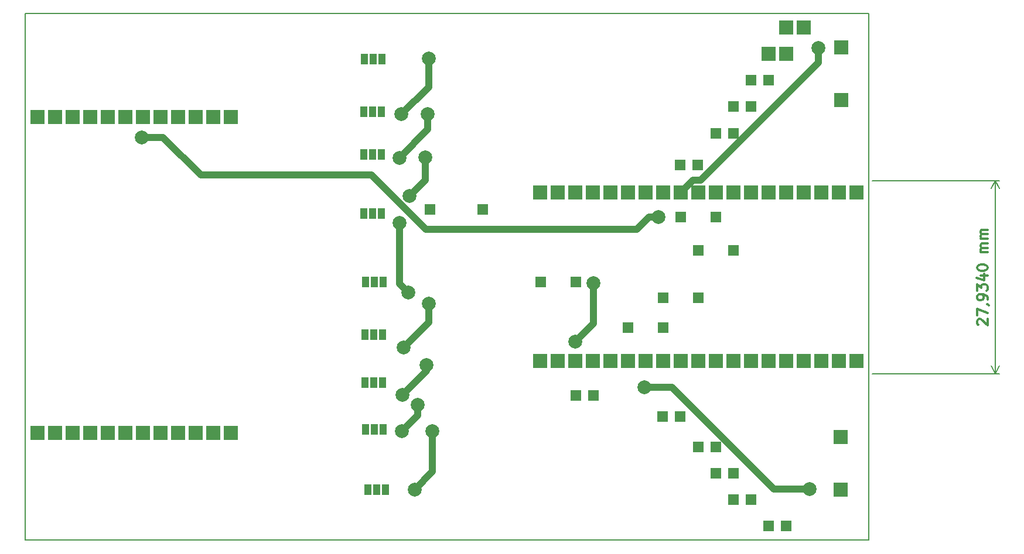
<source format=gbr>
%TF.GenerationSoftware,KiCad,Pcbnew,8.0.0*%
%TF.CreationDate,2024-03-02T15:21:29-05:00*%
%TF.ProjectId,Plano,506c616e-6f2e-46b6-9963-61645f706362,rev?*%
%TF.SameCoordinates,Original*%
%TF.FileFunction,Copper,L1,Top*%
%TF.FilePolarity,Positive*%
%FSLAX46Y46*%
G04 Gerber Fmt 4.6, Leading zero omitted, Abs format (unit mm)*
G04 Created by KiCad (PCBNEW 8.0.0) date 2024-03-02 15:21:29*
%MOMM*%
%LPD*%
G01*
G04 APERTURE LIST*
%TA.AperFunction,NonConductor*%
%ADD10C,0.200000*%
%TD*%
%ADD11C,0.300000*%
%TA.AperFunction,NonConductor*%
%ADD12C,0.300000*%
%TD*%
%TA.AperFunction,ComponentPad*%
%ADD13R,2.000000X2.000000*%
%TD*%
%TA.AperFunction,ComponentPad*%
%ADD14R,1.050000X1.500000*%
%TD*%
%TA.AperFunction,ComponentPad*%
%ADD15R,1.600000X1.600000*%
%TD*%
%TA.AperFunction,ViaPad*%
%ADD16C,2.000000*%
%TD*%
%TA.AperFunction,Conductor*%
%ADD17C,1.000000*%
%TD*%
G04 APERTURE END LIST*
D10*
X96520000Y-63500000D02*
X218440000Y-63500000D01*
X218440000Y-139700000D01*
X96520000Y-139700000D01*
X96520000Y-63500000D01*
D11*
D12*
X234249185Y-108553569D02*
X234177757Y-108482141D01*
X234177757Y-108482141D02*
X234106328Y-108339284D01*
X234106328Y-108339284D02*
X234106328Y-107982141D01*
X234106328Y-107982141D02*
X234177757Y-107839284D01*
X234177757Y-107839284D02*
X234249185Y-107767855D01*
X234249185Y-107767855D02*
X234392042Y-107696426D01*
X234392042Y-107696426D02*
X234534900Y-107696426D01*
X234534900Y-107696426D02*
X234749185Y-107767855D01*
X234749185Y-107767855D02*
X235606328Y-108624998D01*
X235606328Y-108624998D02*
X235606328Y-107696426D01*
X234106328Y-107196427D02*
X234106328Y-106196427D01*
X234106328Y-106196427D02*
X235606328Y-106839284D01*
X235534900Y-105553570D02*
X235606328Y-105553570D01*
X235606328Y-105553570D02*
X235749185Y-105624999D01*
X235749185Y-105624999D02*
X235820614Y-105696427D01*
X235606328Y-104839284D02*
X235606328Y-104553570D01*
X235606328Y-104553570D02*
X235534900Y-104410713D01*
X235534900Y-104410713D02*
X235463471Y-104339284D01*
X235463471Y-104339284D02*
X235249185Y-104196427D01*
X235249185Y-104196427D02*
X234963471Y-104124998D01*
X234963471Y-104124998D02*
X234392042Y-104124998D01*
X234392042Y-104124998D02*
X234249185Y-104196427D01*
X234249185Y-104196427D02*
X234177757Y-104267856D01*
X234177757Y-104267856D02*
X234106328Y-104410713D01*
X234106328Y-104410713D02*
X234106328Y-104696427D01*
X234106328Y-104696427D02*
X234177757Y-104839284D01*
X234177757Y-104839284D02*
X234249185Y-104910713D01*
X234249185Y-104910713D02*
X234392042Y-104982141D01*
X234392042Y-104982141D02*
X234749185Y-104982141D01*
X234749185Y-104982141D02*
X234892042Y-104910713D01*
X234892042Y-104910713D02*
X234963471Y-104839284D01*
X234963471Y-104839284D02*
X235034900Y-104696427D01*
X235034900Y-104696427D02*
X235034900Y-104410713D01*
X235034900Y-104410713D02*
X234963471Y-104267856D01*
X234963471Y-104267856D02*
X234892042Y-104196427D01*
X234892042Y-104196427D02*
X234749185Y-104124998D01*
X234106328Y-103624999D02*
X234106328Y-102696427D01*
X234106328Y-102696427D02*
X234677757Y-103196427D01*
X234677757Y-103196427D02*
X234677757Y-102982142D01*
X234677757Y-102982142D02*
X234749185Y-102839285D01*
X234749185Y-102839285D02*
X234820614Y-102767856D01*
X234820614Y-102767856D02*
X234963471Y-102696427D01*
X234963471Y-102696427D02*
X235320614Y-102696427D01*
X235320614Y-102696427D02*
X235463471Y-102767856D01*
X235463471Y-102767856D02*
X235534900Y-102839285D01*
X235534900Y-102839285D02*
X235606328Y-102982142D01*
X235606328Y-102982142D02*
X235606328Y-103410713D01*
X235606328Y-103410713D02*
X235534900Y-103553570D01*
X235534900Y-103553570D02*
X235463471Y-103624999D01*
X234606328Y-101410714D02*
X235606328Y-101410714D01*
X234034900Y-101767856D02*
X235106328Y-102124999D01*
X235106328Y-102124999D02*
X235106328Y-101196428D01*
X234106328Y-100339285D02*
X234106328Y-100196428D01*
X234106328Y-100196428D02*
X234177757Y-100053571D01*
X234177757Y-100053571D02*
X234249185Y-99982143D01*
X234249185Y-99982143D02*
X234392042Y-99910714D01*
X234392042Y-99910714D02*
X234677757Y-99839285D01*
X234677757Y-99839285D02*
X235034900Y-99839285D01*
X235034900Y-99839285D02*
X235320614Y-99910714D01*
X235320614Y-99910714D02*
X235463471Y-99982143D01*
X235463471Y-99982143D02*
X235534900Y-100053571D01*
X235534900Y-100053571D02*
X235606328Y-100196428D01*
X235606328Y-100196428D02*
X235606328Y-100339285D01*
X235606328Y-100339285D02*
X235534900Y-100482143D01*
X235534900Y-100482143D02*
X235463471Y-100553571D01*
X235463471Y-100553571D02*
X235320614Y-100625000D01*
X235320614Y-100625000D02*
X235034900Y-100696428D01*
X235034900Y-100696428D02*
X234677757Y-100696428D01*
X234677757Y-100696428D02*
X234392042Y-100625000D01*
X234392042Y-100625000D02*
X234249185Y-100553571D01*
X234249185Y-100553571D02*
X234177757Y-100482143D01*
X234177757Y-100482143D02*
X234106328Y-100339285D01*
X235606328Y-98053572D02*
X234606328Y-98053572D01*
X234749185Y-98053572D02*
X234677757Y-97982143D01*
X234677757Y-97982143D02*
X234606328Y-97839286D01*
X234606328Y-97839286D02*
X234606328Y-97625000D01*
X234606328Y-97625000D02*
X234677757Y-97482143D01*
X234677757Y-97482143D02*
X234820614Y-97410715D01*
X234820614Y-97410715D02*
X235606328Y-97410715D01*
X234820614Y-97410715D02*
X234677757Y-97339286D01*
X234677757Y-97339286D02*
X234606328Y-97196429D01*
X234606328Y-97196429D02*
X234606328Y-96982143D01*
X234606328Y-96982143D02*
X234677757Y-96839286D01*
X234677757Y-96839286D02*
X234820614Y-96767857D01*
X234820614Y-96767857D02*
X235606328Y-96767857D01*
X235606328Y-96053572D02*
X234606328Y-96053572D01*
X234749185Y-96053572D02*
X234677757Y-95982143D01*
X234677757Y-95982143D02*
X234606328Y-95839286D01*
X234606328Y-95839286D02*
X234606328Y-95625000D01*
X234606328Y-95625000D02*
X234677757Y-95482143D01*
X234677757Y-95482143D02*
X234820614Y-95410715D01*
X234820614Y-95410715D02*
X235606328Y-95410715D01*
X234820614Y-95410715D02*
X234677757Y-95339286D01*
X234677757Y-95339286D02*
X234606328Y-95196429D01*
X234606328Y-95196429D02*
X234606328Y-94982143D01*
X234606328Y-94982143D02*
X234677757Y-94839286D01*
X234677757Y-94839286D02*
X234820614Y-94767857D01*
X234820614Y-94767857D02*
X235606328Y-94767857D01*
D10*
X218942000Y-87658000D02*
X237314420Y-87658000D01*
X218942000Y-115592000D02*
X237314420Y-115592000D01*
X236728000Y-87658000D02*
X236728000Y-115592000D01*
X236728000Y-87658000D02*
X236728000Y-115592000D01*
X236728000Y-87658000D02*
X237314421Y-88784504D01*
X236728000Y-87658000D02*
X236141579Y-88784504D01*
X236728000Y-115592000D02*
X236141579Y-114465496D01*
X236728000Y-115592000D02*
X237314421Y-114465496D01*
D13*
%TO.P,SW1,1,1*%
%TO.N,GND*%
X214500000Y-76020000D03*
%TO.P,SW1,2,2*%
%TO.N,GPIO18*%
X214500000Y-68400000D03*
%TD*%
D14*
%TO.P,Q2,1,E*%
%TO.N,GND_BJT*%
X148000000Y-77740000D03*
%TO.P,Q2,2,B*%
%TO.N,Net-(Q2-B)*%
X146730000Y-77740000D03*
%TO.P,Q2,3,C*%
%TO.N,Net-(J1-Pin_6)*%
X145460000Y-77740000D03*
%TD*%
D13*
%TO.P,J1,1,Pin_1*%
%TO.N,GPIO15*%
X98298000Y-78486000D03*
%TO.P,J1,2,Pin_2*%
%TO.N,unconnected-(J1-Pin_2-Pad2)*%
X100838000Y-78486000D03*
%TO.P,J1,3,Pin_3*%
%TO.N,Net-(J1-Pin_3)*%
X103378000Y-78486000D03*
%TO.P,J1,4,Pin_4*%
%TO.N,GPIO0*%
X105918000Y-78486000D03*
%TO.P,J1,5,Pin_5*%
%TO.N,unconnected-(J1-Pin_5-Pad5)*%
X108458000Y-78486000D03*
%TO.P,J1,6,Pin_6*%
%TO.N,Net-(J1-Pin_6)*%
X110998000Y-78486000D03*
%TO.P,J1,7,Pin_7*%
%TO.N,GPIO17*%
X113538000Y-78486000D03*
%TO.P,J1,8,Pin_8*%
%TO.N,unconnected-(J1-Pin_8-Pad8)*%
X116078000Y-78486000D03*
%TO.P,J1,9,Pin_9*%
%TO.N,Net-(J1-Pin_9)*%
X118618000Y-78486000D03*
%TO.P,J1,10,Pin_10*%
%TO.N,GPIO5*%
X121158000Y-78486000D03*
%TO.P,J1,11,Pin_11*%
%TO.N,unconnected-(J1-Pin_11-Pad11)*%
X123698000Y-78486000D03*
%TO.P,J1,12,Pin_12*%
%TO.N,Net-(J1-Pin_12)*%
X126238000Y-78486000D03*
%TD*%
%TO.P,J3,1,Pin_1*%
%TO.N,GND*%
X170942000Y-89408000D03*
%TO.P,J3,2,Pin_2*%
%TO.N,GPIO23*%
X173482000Y-89408000D03*
%TO.P,J3,3,Pin_3*%
%TO.N,GPIO22*%
X176022000Y-89408000D03*
%TO.P,J3,4,Pin_4*%
%TO.N,TX{slash}GPIO1*%
X178562000Y-89408000D03*
%TO.P,J3,5,Pin_5*%
%TO.N,RX{slash}GPIO3*%
X181102000Y-89408000D03*
%TO.P,J3,6,Pin_6*%
%TO.N,GPIO21*%
X183642000Y-89408000D03*
%TO.P,J3,7,Pin_7*%
%TO.N,GND*%
X186182000Y-89408000D03*
%TO.P,J3,8,Pin_8*%
%TO.N,GPIO19*%
X188722000Y-89408000D03*
%TO.P,J3,9,Pin_9*%
%TO.N,GPIO18*%
X191262000Y-89408000D03*
%TO.P,J3,10,Pin_10*%
%TO.N,Net-(J3-Pin_10)*%
X193802000Y-89408000D03*
%TO.P,J3,11,Pin_11*%
%TO.N,Net-(J3-Pin_11)*%
X196342000Y-89408000D03*
%TO.P,J3,12,Pin_12*%
%TO.N,GPIO16*%
X198882000Y-89408000D03*
%TO.P,J3,13,Pin_13*%
%TO.N,GPIO4*%
X201422000Y-89408000D03*
%TO.P,J3,14,Pin_14*%
%TO.N,Net-(J3-Pin_14)*%
X203962000Y-89408000D03*
%TO.P,J3,15,Pin_15*%
%TO.N,GPIO2*%
X206502000Y-89408000D03*
%TO.P,J3,16,Pin_16*%
%TO.N,Net-(J3-Pin_16)*%
X209042000Y-89408000D03*
%TO.P,J3,17,Pin_17*%
%TO.N,unconnected-(J3-Pin_17-Pad17)*%
X211582000Y-89408000D03*
%TO.P,J3,18,Pin_18*%
%TO.N,unconnected-(J3-Pin_18-Pad18)*%
X214122000Y-89408000D03*
%TO.P,J3,19,Pin_19*%
%TO.N,unconnected-(J3-Pin_19-Pad19)*%
X216662000Y-89408000D03*
%TD*%
D15*
%TO.P,R14,1*%
%TO.N,GPIO25*%
X191200000Y-121800000D03*
%TO.P,R14,2*%
%TO.N,Net-(Q5-B)*%
X188660000Y-121800000D03*
%TD*%
%TO.P,R12,1*%
%TO.N,Net-(J4-Pin_8)*%
X188722000Y-108966000D03*
%TO.P,R12,2*%
%TO.N,GPIO33*%
X183642000Y-108966000D03*
%TD*%
D14*
%TO.P,Q6,1,E*%
%TO.N,GND_BJT*%
X148236000Y-102368000D03*
%TO.P,Q6,2,B*%
%TO.N,Net-(Q6-B)*%
X146966000Y-102368000D03*
%TO.P,Q6,3,C*%
%TO.N,Net-(J2-Pin_9)*%
X145696000Y-102368000D03*
%TD*%
%TO.P,Q8,1,E*%
%TO.N,GND_BJT*%
X148600000Y-132400000D03*
%TO.P,Q8,2,B*%
%TO.N,Net-(Q8-B)*%
X147330000Y-132400000D03*
%TO.P,Q8,3,C*%
%TO.N,Net-(J2-Pin_3)*%
X146060000Y-132400000D03*
%TD*%
D15*
%TO.P,R3,1*%
%TO.N,GPIO17*%
X191262000Y-92964000D03*
%TO.P,R3,2*%
%TO.N,Net-(J3-Pin_11)*%
X196342000Y-92964000D03*
%TD*%
D14*
%TO.P,Q5,1,E*%
%TO.N,GND_BJT*%
X148206000Y-116908000D03*
%TO.P,Q5,2,B*%
%TO.N,Net-(Q5-B)*%
X146936000Y-116908000D03*
%TO.P,Q5,3,C*%
%TO.N,Net-(J2-Pin_12)*%
X145666000Y-116908000D03*
%TD*%
D13*
%TO.P,R1,1*%
%TO.N,GPIO15*%
X206502000Y-65532000D03*
%TO.P,R1,2*%
%TO.N,Net-(J3-Pin_16)*%
X209042000Y-65532000D03*
%TD*%
D14*
%TO.P,Q1,1,E*%
%TO.N,GND_BJT*%
X148100000Y-70100000D03*
%TO.P,Q1,2,B*%
%TO.N,Net-(Q1-B)*%
X146830000Y-70100000D03*
%TO.P,Q1,3,C*%
%TO.N,Net-(J1-Pin_3)*%
X145560000Y-70100000D03*
%TD*%
%TO.P,Q7,1,E*%
%TO.N,GND_BJT*%
X148306000Y-123708000D03*
%TO.P,Q7,2,B*%
%TO.N,Net-(Q7-B)*%
X147036000Y-123708000D03*
%TO.P,Q7,3,C*%
%TO.N,Net-(J2-Pin_6)*%
X145766000Y-123708000D03*
%TD*%
D15*
%TO.P,R6,1*%
%TO.N,GPIO4*%
X201422000Y-76962000D03*
%TO.P,R6,2*%
%TO.N,Net-(Q2-B)*%
X198882000Y-76962000D03*
%TD*%
D14*
%TO.P,Q4,1,E*%
%TO.N,GND_BJT*%
X148000000Y-83900000D03*
%TO.P,Q4,2,B*%
%TO.N,Net-(Q4-B)*%
X146730000Y-83900000D03*
%TO.P,Q4,3,C*%
%TO.N,Net-(J1-Pin_12)*%
X145460000Y-83900000D03*
%TD*%
D15*
%TO.P,R13,1*%
%TO.N,GPI36*%
X176100000Y-102362000D03*
%TO.P,R13,2*%
%TO.N,Net-(Q6-B)*%
X171020000Y-102362000D03*
%TD*%
%TO.P,R15,1*%
%TO.N,GPIO27*%
X196342000Y-126238000D03*
%TO.P,R15,2*%
%TO.N,Net-(Q7-B)*%
X193802000Y-126238000D03*
%TD*%
D13*
%TO.P,SW2,1,1*%
%TO.N,GPIO32*%
X214400000Y-132425000D03*
%TO.P,SW2,2,2*%
%TO.N,GND*%
X214400000Y-124805000D03*
%TD*%
D15*
%TO.P,R17,1*%
%TO.N,GPI39*%
X178700000Y-118800000D03*
%TO.P,R17,2*%
%TO.N,Net-(Q9-B)*%
X176160000Y-118800000D03*
%TD*%
%TO.P,SW3,1,A*%
%TO.N,GND_BJT*%
X155000000Y-91800000D03*
%TO.P,SW3,2,B*%
%TO.N,GND*%
X162620000Y-91800000D03*
%TD*%
%TO.P,R4,1*%
%TO.N,GPIO5*%
X191160000Y-85400000D03*
%TO.P,R4,2*%
%TO.N,Net-(J3-Pin_10)*%
X193700000Y-85400000D03*
%TD*%
%TO.P,R8,1*%
%TO.N,unconnected-(R8-Pad1)*%
X198900000Y-80800000D03*
%TO.P,R8,2*%
%TO.N,Net-(Q4-B)*%
X196360000Y-80800000D03*
%TD*%
%TO.P,R16,1*%
%TO.N,GPIO12*%
X201422000Y-133858000D03*
%TO.P,R16,2*%
%TO.N,Net-(Q8-B)*%
X198882000Y-133858000D03*
%TD*%
%TO.P,R7,1*%
%TO.N,GPIO16*%
X198882000Y-97790000D03*
%TO.P,R7,2*%
%TO.N,Net-(Q3-B)*%
X193802000Y-97790000D03*
%TD*%
%TO.P,R2,1*%
%TO.N,GPIO0*%
X201422000Y-73152000D03*
%TO.P,R2,2*%
%TO.N,Net-(J3-Pin_14)*%
X203962000Y-73152000D03*
%TD*%
D13*
%TO.P,J4,1,Pin_1*%
%TO.N,3.3V*%
X170942000Y-113792000D03*
%TO.P,J4,2,Pin_2*%
%TO.N,unconnected-(J4-Pin_2-Pad2)*%
X173482000Y-113792000D03*
%TO.P,J4,3,Pin_3*%
%TO.N,GPI36*%
X176022000Y-113792000D03*
%TO.P,J4,4,Pin_4*%
%TO.N,GPI39*%
X178562000Y-113792000D03*
%TO.P,J4,5,Pin_5*%
%TO.N,GPI34*%
X181102000Y-113792000D03*
%TO.P,J4,6,Pin_6*%
%TO.N,GPI35*%
X183642000Y-113792000D03*
%TO.P,J4,7,Pin_7*%
%TO.N,GPIO32*%
X186182000Y-113792000D03*
%TO.P,J4,8,Pin_8*%
%TO.N,Net-(J4-Pin_8)*%
X188722000Y-113792000D03*
%TO.P,J4,9,Pin_9*%
%TO.N,GPIO25*%
X191262000Y-113792000D03*
%TO.P,J4,10,Pin_10*%
%TO.N,Net-(J4-Pin_10)*%
X193802000Y-113792000D03*
%TO.P,J4,11,Pin_11*%
%TO.N,GPIO27*%
X196342000Y-113792000D03*
%TO.P,J4,12,Pin_12*%
%TO.N,Net-(J4-Pin_12)*%
X198882000Y-113792000D03*
%TO.P,J4,13,Pin_13*%
%TO.N,GPIO12*%
X201422000Y-113792000D03*
%TO.P,J4,14,Pin_14*%
%TO.N,GND*%
X203962000Y-113792000D03*
%TO.P,J4,15,Pin_15*%
%TO.N,Net-(J4-Pin_15)*%
X206502000Y-113792000D03*
%TO.P,J4,16,Pin_16*%
%TO.N,unconnected-(J4-Pin_16-Pad16)*%
X209042000Y-113792000D03*
%TO.P,J4,17,Pin_17*%
%TO.N,unconnected-(J4-Pin_17-Pad17)*%
X211582000Y-113792000D03*
%TO.P,J4,18,Pin_18*%
%TO.N,unconnected-(J4-Pin_18-Pad18)*%
X214122000Y-113792000D03*
%TO.P,J4,19,Pin_19*%
%TO.N,5V*%
X216662000Y-113792000D03*
%TD*%
D14*
%TO.P,Q3,1,E*%
%TO.N,GND_BJT*%
X148000000Y-92400000D03*
%TO.P,Q3,2,B*%
%TO.N,Net-(Q3-B)*%
X146730000Y-92400000D03*
%TO.P,Q3,3,C*%
%TO.N,Net-(J1-Pin_9)*%
X145460000Y-92400000D03*
%TD*%
%TO.P,Q9,1,E*%
%TO.N,GND_BJT*%
X148206000Y-109968000D03*
%TO.P,Q9,2,B*%
%TO.N,Net-(Q9-B)*%
X146936000Y-109968000D03*
%TO.P,Q9,3,C*%
%TO.N,Net-(J2-Pin_11)*%
X145666000Y-109968000D03*
%TD*%
D15*
%TO.P,R9,1*%
%TO.N,Net-(J4-Pin_15)*%
X206502000Y-137668000D03*
%TO.P,R9,2*%
%TO.N,GPIO13*%
X203962000Y-137668000D03*
%TD*%
D13*
%TO.P,J2,1,Pin_1*%
%TO.N,GPIO13*%
X98298000Y-124206000D03*
%TO.P,J2,2,Pin_2*%
%TO.N,unconnected-(J2-Pin_2-Pad2)*%
X100838000Y-124206000D03*
%TO.P,J2,3,Pin_3*%
%TO.N,Net-(J2-Pin_3)*%
X103378000Y-124206000D03*
%TO.P,J2,4,Pin_4*%
%TO.N,GPIO14*%
X105918000Y-124206000D03*
%TO.P,J2,5,Pin_5*%
%TO.N,unconnected-(J2-Pin_5-Pad5)*%
X108458000Y-124206000D03*
%TO.P,J2,6,Pin_6*%
%TO.N,Net-(J2-Pin_6)*%
X110998000Y-124206000D03*
%TO.P,J2,7,Pin_7*%
%TO.N,GPIO26*%
X113538000Y-124206000D03*
%TO.P,J2,8,Pin_8*%
%TO.N,unconnected-(J2-Pin_8-Pad8)*%
X116078000Y-124206000D03*
%TO.P,J2,9,Pin_9*%
%TO.N,Net-(J2-Pin_9)*%
X118618000Y-124206000D03*
%TO.P,J2,10,Pin_10*%
%TO.N,GPIO33*%
X121158000Y-124206000D03*
%TO.P,J2,11,Pin_11*%
%TO.N,Net-(J2-Pin_11)*%
X123698000Y-124206000D03*
%TO.P,J2,12,Pin_12*%
%TO.N,Net-(J2-Pin_12)*%
X126238000Y-124206000D03*
%TD*%
%TO.P,R5,1*%
%TO.N,GPIO2*%
X206502000Y-69342000D03*
%TO.P,R5,2*%
%TO.N,Net-(Q1-B)*%
X203962000Y-69342000D03*
%TD*%
D15*
%TO.P,R10,1*%
%TO.N,Net-(J4-Pin_12)*%
X198882000Y-130048000D03*
%TO.P,R10,2*%
%TO.N,GPIO14*%
X196342000Y-130048000D03*
%TD*%
%TO.P,R11,1*%
%TO.N,Net-(J4-Pin_10)*%
X193802000Y-104648000D03*
%TO.P,R11,2*%
%TO.N,GPIO26*%
X188722000Y-104648000D03*
%TD*%
D16*
%TO.N,GPIO18*%
X211201000Y-68453000D03*
%TO.N,GPIO17*%
X188087000Y-92964000D03*
X113411000Y-81407000D03*
%TO.N,GPI36*%
X178689000Y-102489000D03*
X176022000Y-110998000D03*
%TO.N,GPIO32*%
X186055000Y-117602000D03*
X209931000Y-132334000D03*
%TO.N,GND_BJT*%
X151231600Y-111810800D03*
X151079200Y-118668800D03*
X154330400Y-84277200D03*
X154533600Y-114401600D03*
X151942800Y-103835200D03*
X154838400Y-70002400D03*
X155397200Y-123952000D03*
X150672800Y-93776800D03*
X150622000Y-84378800D03*
X152806400Y-132384800D03*
X153268576Y-120100860D03*
X152095200Y-89865200D03*
X154838400Y-105511600D03*
X150977600Y-123952000D03*
X150926800Y-78079600D03*
X154736800Y-78079600D03*
%TD*%
D17*
%TO.N,GPIO16*%
X198900000Y-89390000D02*
X198882000Y-89408000D01*
%TO.N,GPIO18*%
X193040000Y-87630000D02*
X191262000Y-89408000D01*
X211201000Y-68453000D02*
X211201000Y-70620321D01*
X211201000Y-70620321D02*
X194191321Y-87630000D01*
X194191321Y-87630000D02*
X193040000Y-87630000D01*
%TO.N,Net-(J3-Pin_10)*%
X193700000Y-89306000D02*
X193802000Y-89408000D01*
%TO.N,GPIO17*%
X188087000Y-92964000D02*
X186690000Y-92964000D01*
X184912000Y-94742000D02*
X154432000Y-94742000D01*
X186690000Y-92964000D02*
X184912000Y-94742000D01*
X113411000Y-81407000D02*
X116459000Y-81407000D01*
X146558000Y-86868000D02*
X121920000Y-86868000D01*
X154432000Y-94742000D02*
X146558000Y-86868000D01*
X116459000Y-81407000D02*
X121920000Y-86868000D01*
%TO.N,GPI36*%
X178689000Y-102489000D02*
X178689000Y-108331000D01*
X178689000Y-108331000D02*
X176022000Y-110998000D01*
%TO.N,GPI39*%
X178562000Y-118662000D02*
X178700000Y-118800000D01*
%TO.N,GPIO32*%
X209931000Y-132334000D02*
X204724000Y-132334000D01*
X189992000Y-117602000D02*
X186055000Y-117602000D01*
X204724000Y-132334000D02*
X189992000Y-117602000D01*
%TO.N,GPIO25*%
X191262000Y-121738000D02*
X191200000Y-121800000D01*
%TO.N,GND_BJT*%
X154838400Y-108204000D02*
X151231600Y-111810800D01*
X154736800Y-80264000D02*
X150622000Y-84378800D01*
X154838400Y-105511600D02*
X154838400Y-108204000D01*
X153268576Y-120100860D02*
X153268576Y-121661024D01*
X155397200Y-129794000D02*
X152806400Y-132384800D01*
X150672800Y-93776800D02*
X150672800Y-102565200D01*
X154533600Y-114401600D02*
X154533600Y-115214400D01*
X150672800Y-102565200D02*
X151942800Y-103835200D01*
X154838400Y-74168000D02*
X150926800Y-78079600D01*
X154533600Y-115214400D02*
X151079200Y-118668800D01*
X154330400Y-87630000D02*
X152095200Y-89865200D01*
X155397200Y-123952000D02*
X155397200Y-129794000D01*
X154330400Y-84277200D02*
X154330400Y-87630000D01*
X153268576Y-121661024D02*
X150977600Y-123952000D01*
X154838400Y-70002400D02*
X154838400Y-74168000D01*
X154736800Y-78079600D02*
X154736800Y-80264000D01*
%TD*%
M02*

</source>
